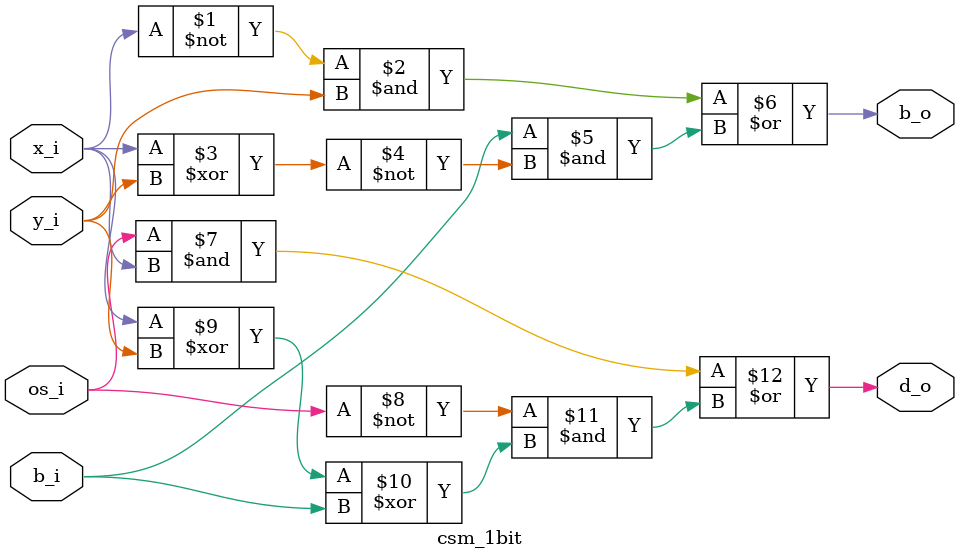
<source format=sv>
module csm_1bit(
    //inputs
    input logic x_i,
    input logic y_i,
    input logic b_i,
    input logic os_i,
    //outputs
    output logic b_o,
    output logic d_o
);
    //code
    assign b_o = (~x_i & y_i) | (b_i & ~(x_i ^ y_i));
    assign d_o = (os_i & x_i) | (~os_i & (x_i ^ y_i ^ b_i));
endmodule : csm_1bit

</source>
